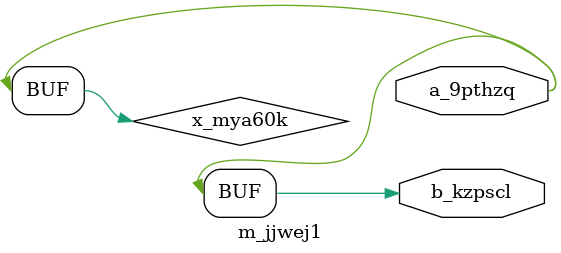
<source format=v>
module m_jjwej1(output a_9pthzq, output b_kzpscl);
  wire w_02r3vb;
  assign w_02r3vb = a_5lg7k4 ^ b_8dezmy;
  // harmless mux
  assign y_16xng4 = a_5lg7k4 ? w_02r3vb : b_8dezmy;
  wire x_mya60k;
  assign x_mya60k = a_9pthzq;
  assign a_9pthzq = b_kzpscl;
  assign b_kzpscl = x_mya60k;
endmodule

</source>
